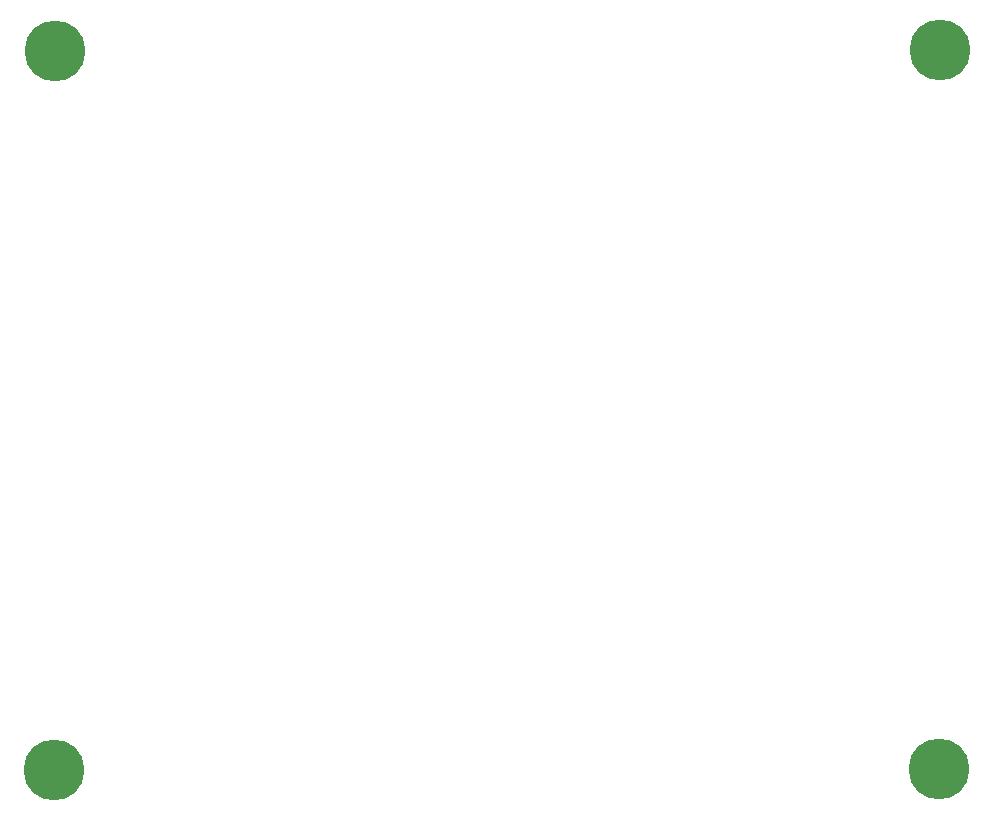
<source format=gbr>
G04 EasyPC Gerber Version 21.0.3 Build 4286 *
G04 #@! TF.Part,Single*
G04 #@! TF.FileFunction,Soldermask,Bot *
G04 #@! TF.FilePolarity,Negative *
%FSLAX35Y35*%
%MOIN*%
G04 #@! TA.AperFunction,WasherPad*
%ADD109C,0.20285*%
X0Y0D02*
D02*
D109*
X39815Y71481D03*
X40209Y311244D03*
X334697Y71874D03*
X335091Y311638D03*
X0Y0D02*
M02*

</source>
